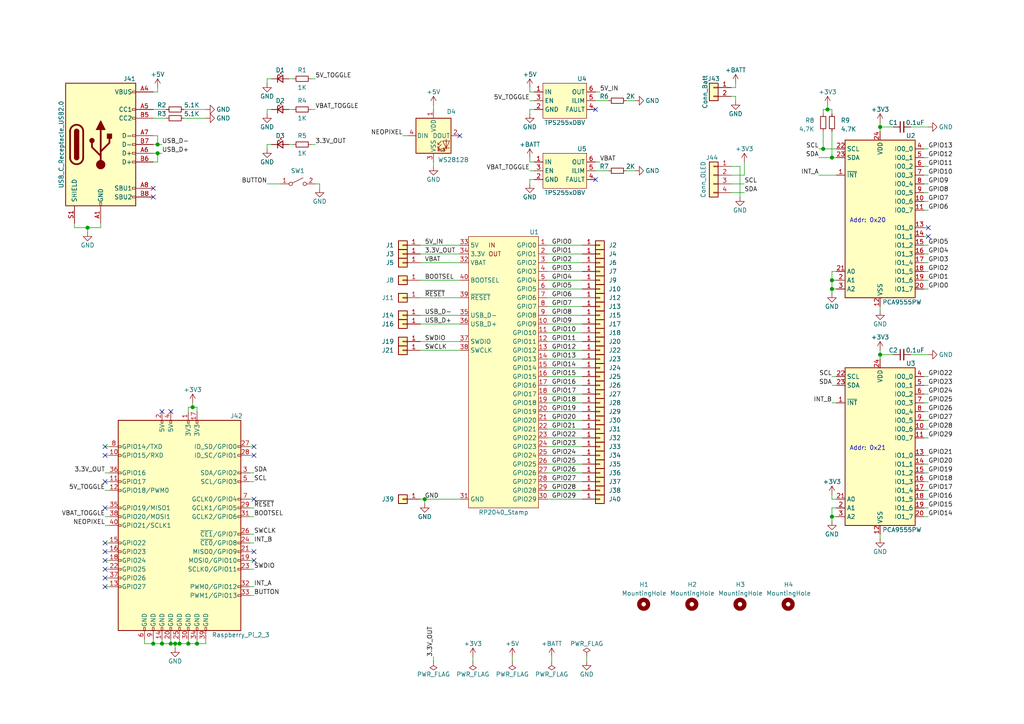
<source format=kicad_sch>
(kicad_sch (version 20210406) (generator eeschema)
  (paper "A4")
  (junction (at 25.4 66.04) (diameter 1.016))
  (junction (at 44.45 186.69) (diameter 1.016))
  (junction (at 45.72 41.91) (diameter 1.016))
  (junction (at 45.72 44.45) (diameter 1.016))
  (junction (at 46.99 186.69) (diameter 1.016))
  (junction (at 49.53 186.69) (diameter 1.016))
  (junction (at 50.8 186.69) (diameter 1.016))
  (junction (at 52.07 186.69) (diameter 1.016))
  (junction (at 54.61 186.69) (diameter 1.016))
  (junction (at 55.88 118.11) (diameter 1.016))
  (junction (at 57.15 186.69) (diameter 1.016))
  (junction (at 123.19 144.78) (diameter 1.016))
  (junction (at 238.76 43.18) (diameter 1.016))
  (junction (at 240.03 31.75) (diameter 1.016))
  (junction (at 241.3 45.72) (diameter 1.016))
  (junction (at 241.3 81.28) (diameter 1.016))
  (junction (at 241.3 83.82) (diameter 1.016))
  (junction (at 241.3 149.86) (diameter 1.016))
  (junction (at 255.27 36.83) (diameter 1.016))
  (junction (at 255.27 102.87) (diameter 1.016))
  (no_connect (at 30.48 129.54))
  (no_connect (at 30.48 132.08))
  (no_connect (at 30.48 139.7))
  (no_connect (at 30.48 147.32))
  (no_connect (at 30.48 157.48))
  (no_connect (at 30.48 160.02))
  (no_connect (at 30.48 162.56))
  (no_connect (at 30.48 165.1))
  (no_connect (at 30.48 167.64))
  (no_connect (at 30.48 170.18))
  (no_connect (at 44.45 54.61))
  (no_connect (at 44.45 57.15))
  (no_connect (at 46.99 119.38))
  (no_connect (at 49.53 119.38))
  (no_connect (at 73.66 129.54))
  (no_connect (at 73.66 132.08))
  (no_connect (at 73.66 144.78))
  (no_connect (at 73.66 160.02))
  (no_connect (at 73.66 162.56))
  (no_connect (at 133.35 39.37))
  (no_connect (at 172.72 31.75))
  (no_connect (at 172.72 52.07))
  (no_connect (at 269.24 66.04))
  (no_connect (at 269.24 68.58))
  (wire (pts (xy 21.59 64.77) (xy 21.59 66.04)))
  (wire (pts (xy 21.59 66.04) (xy 25.4 66.04)))
  (wire (pts (xy 25.4 66.04) (xy 25.4 67.31)))
  (wire (pts (xy 25.4 66.04) (xy 29.21 66.04)))
  (wire (pts (xy 29.21 66.04) (xy 29.21 64.77)))
  (wire (pts (xy 30.48 129.54) (xy 31.75 129.54)))
  (wire (pts (xy 30.48 132.08) (xy 31.75 132.08)))
  (wire (pts (xy 30.48 137.16) (xy 31.75 137.16)))
  (wire (pts (xy 30.48 139.7) (xy 31.75 139.7)))
  (wire (pts (xy 30.48 142.24) (xy 31.75 142.24)))
  (wire (pts (xy 30.48 147.32) (xy 31.75 147.32)))
  (wire (pts (xy 30.48 149.86) (xy 31.75 149.86)))
  (wire (pts (xy 30.48 152.4) (xy 31.75 152.4)))
  (wire (pts (xy 30.48 157.48) (xy 31.75 157.48)))
  (wire (pts (xy 30.48 160.02) (xy 31.75 160.02)))
  (wire (pts (xy 30.48 162.56) (xy 31.75 162.56)))
  (wire (pts (xy 30.48 165.1) (xy 31.75 165.1)))
  (wire (pts (xy 30.48 167.64) (xy 31.75 167.64)))
  (wire (pts (xy 30.48 170.18) (xy 31.75 170.18)))
  (wire (pts (xy 41.91 185.42) (xy 41.91 186.69)))
  (wire (pts (xy 41.91 186.69) (xy 44.45 186.69)))
  (wire (pts (xy 44.45 26.67) (xy 45.72 26.67)))
  (wire (pts (xy 44.45 31.75) (xy 48.26 31.75)))
  (wire (pts (xy 44.45 34.29) (xy 48.26 34.29)))
  (wire (pts (xy 44.45 39.37) (xy 45.72 39.37)))
  (wire (pts (xy 44.45 41.91) (xy 45.72 41.91)))
  (wire (pts (xy 44.45 44.45) (xy 45.72 44.45)))
  (wire (pts (xy 44.45 46.99) (xy 45.72 46.99)))
  (wire (pts (xy 44.45 185.42) (xy 44.45 186.69)))
  (wire (pts (xy 44.45 186.69) (xy 46.99 186.69)))
  (wire (pts (xy 45.72 25.4) (xy 45.72 26.67)))
  (wire (pts (xy 45.72 39.37) (xy 45.72 41.91)))
  (wire (pts (xy 45.72 41.91) (xy 46.99 41.91)))
  (wire (pts (xy 45.72 44.45) (xy 46.99 44.45)))
  (wire (pts (xy 45.72 46.99) (xy 45.72 44.45)))
  (wire (pts (xy 46.99 185.42) (xy 46.99 186.69)))
  (wire (pts (xy 46.99 186.69) (xy 49.53 186.69)))
  (wire (pts (xy 49.53 185.42) (xy 49.53 186.69)))
  (wire (pts (xy 49.53 186.69) (xy 50.8 186.69)))
  (wire (pts (xy 50.8 186.69) (xy 50.8 187.96)))
  (wire (pts (xy 50.8 186.69) (xy 52.07 186.69)))
  (wire (pts (xy 52.07 185.42) (xy 52.07 186.69)))
  (wire (pts (xy 52.07 186.69) (xy 54.61 186.69)))
  (wire (pts (xy 53.34 31.75) (xy 59.69 31.75)))
  (wire (pts (xy 53.34 34.29) (xy 59.69 34.29)))
  (wire (pts (xy 54.61 118.11) (xy 54.61 119.38)))
  (wire (pts (xy 54.61 118.11) (xy 55.88 118.11)))
  (wire (pts (xy 54.61 185.42) (xy 54.61 186.69)))
  (wire (pts (xy 54.61 186.69) (xy 57.15 186.69)))
  (wire (pts (xy 55.88 116.84) (xy 55.88 118.11)))
  (wire (pts (xy 55.88 118.11) (xy 57.15 118.11)))
  (wire (pts (xy 57.15 118.11) (xy 57.15 119.38)))
  (wire (pts (xy 57.15 185.42) (xy 57.15 186.69)))
  (wire (pts (xy 57.15 186.69) (xy 59.69 186.69)))
  (wire (pts (xy 59.69 185.42) (xy 59.69 186.69)))
  (wire (pts (xy 72.39 129.54) (xy 73.66 129.54)))
  (wire (pts (xy 72.39 132.08) (xy 73.66 132.08)))
  (wire (pts (xy 72.39 137.16) (xy 73.66 137.16)))
  (wire (pts (xy 72.39 139.7) (xy 73.66 139.7)))
  (wire (pts (xy 72.39 144.78) (xy 73.66 144.78)))
  (wire (pts (xy 72.39 147.32) (xy 73.66 147.32)))
  (wire (pts (xy 72.39 149.86) (xy 73.66 149.86)))
  (wire (pts (xy 72.39 154.94) (xy 73.66 154.94)))
  (wire (pts (xy 72.39 157.48) (xy 73.66 157.48)))
  (wire (pts (xy 72.39 160.02) (xy 73.66 160.02)))
  (wire (pts (xy 72.39 162.56) (xy 73.66 162.56)))
  (wire (pts (xy 72.39 165.1) (xy 73.66 165.1)))
  (wire (pts (xy 72.39 170.18) (xy 73.66 170.18)))
  (wire (pts (xy 72.39 172.72) (xy 73.66 172.72)))
  (wire (pts (xy 77.47 22.86) (xy 78.74 22.86)))
  (wire (pts (xy 77.47 24.13) (xy 77.47 22.86)))
  (wire (pts (xy 77.47 31.75) (xy 77.47 33.02)))
  (wire (pts (xy 77.47 31.75) (xy 78.74 31.75)))
  (wire (pts (xy 77.47 41.91) (xy 77.47 43.18)))
  (wire (pts (xy 77.47 41.91) (xy 78.74 41.91)))
  (wire (pts (xy 81.28 53.34) (xy 77.47 53.34)))
  (wire (pts (xy 85.09 22.86) (xy 83.82 22.86)))
  (wire (pts (xy 85.09 31.75) (xy 83.82 31.75)))
  (wire (pts (xy 85.09 41.91) (xy 83.82 41.91)))
  (wire (pts (xy 90.17 22.86) (xy 91.44 22.86)))
  (wire (pts (xy 90.17 31.75) (xy 91.44 31.75)))
  (wire (pts (xy 90.17 41.91) (xy 91.44 41.91)))
  (wire (pts (xy 91.44 53.34) (xy 92.71 53.34)))
  (wire (pts (xy 92.71 53.34) (xy 92.71 54.61)))
  (wire (pts (xy 116.84 39.37) (xy 118.11 39.37)))
  (wire (pts (xy 123.19 144.78) (xy 121.92 144.78)))
  (wire (pts (xy 123.19 144.78) (xy 133.35 144.78)))
  (wire (pts (xy 123.19 146.05) (xy 123.19 144.78)))
  (wire (pts (xy 125.73 31.75) (xy 125.73 30.48)))
  (wire (pts (xy 125.73 46.99) (xy 125.73 48.26)))
  (wire (pts (xy 125.73 190.5) (xy 125.73 191.77)))
  (wire (pts (xy 133.35 71.12) (xy 121.92 71.12)))
  (wire (pts (xy 133.35 73.66) (xy 121.92 73.66)))
  (wire (pts (xy 133.35 76.2) (xy 121.92 76.2)))
  (wire (pts (xy 133.35 81.28) (xy 121.92 81.28)))
  (wire (pts (xy 133.35 86.36) (xy 121.92 86.36)))
  (wire (pts (xy 133.35 91.44) (xy 121.92 91.44)))
  (wire (pts (xy 133.35 93.98) (xy 121.92 93.98)))
  (wire (pts (xy 133.35 99.06) (xy 121.92 99.06)))
  (wire (pts (xy 133.35 101.6) (xy 121.92 101.6)))
  (wire (pts (xy 137.16 190.5) (xy 137.16 191.77)))
  (wire (pts (xy 148.59 190.5) (xy 148.59 191.77)))
  (wire (pts (xy 153.67 25.4) (xy 153.67 26.67)))
  (wire (pts (xy 153.67 29.21) (xy 154.94 29.21)))
  (wire (pts (xy 153.67 31.75) (xy 153.67 33.02)))
  (wire (pts (xy 153.67 45.72) (xy 153.67 46.99)))
  (wire (pts (xy 153.67 49.53) (xy 154.94 49.53)))
  (wire (pts (xy 153.67 52.07) (xy 153.67 53.34)))
  (wire (pts (xy 154.94 26.67) (xy 153.67 26.67)))
  (wire (pts (xy 154.94 31.75) (xy 153.67 31.75)))
  (wire (pts (xy 154.94 46.99) (xy 153.67 46.99)))
  (wire (pts (xy 154.94 52.07) (xy 153.67 52.07)))
  (wire (pts (xy 158.75 71.12) (xy 168.91 71.12)))
  (wire (pts (xy 158.75 73.66) (xy 168.91 73.66)))
  (wire (pts (xy 158.75 76.2) (xy 168.91 76.2)))
  (wire (pts (xy 158.75 78.74) (xy 168.91 78.74)))
  (wire (pts (xy 158.75 81.28) (xy 168.91 81.28)))
  (wire (pts (xy 158.75 83.82) (xy 168.91 83.82)))
  (wire (pts (xy 158.75 86.36) (xy 168.91 86.36)))
  (wire (pts (xy 158.75 88.9) (xy 168.91 88.9)))
  (wire (pts (xy 158.75 91.44) (xy 168.91 91.44)))
  (wire (pts (xy 158.75 93.98) (xy 168.91 93.98)))
  (wire (pts (xy 158.75 96.52) (xy 168.91 96.52)))
  (wire (pts (xy 158.75 99.06) (xy 168.91 99.06)))
  (wire (pts (xy 158.75 101.6) (xy 168.91 101.6)))
  (wire (pts (xy 158.75 104.14) (xy 168.91 104.14)))
  (wire (pts (xy 158.75 106.68) (xy 168.91 106.68)))
  (wire (pts (xy 158.75 109.22) (xy 168.91 109.22)))
  (wire (pts (xy 158.75 111.76) (xy 168.91 111.76)))
  (wire (pts (xy 158.75 114.3) (xy 168.91 114.3)))
  (wire (pts (xy 158.75 116.84) (xy 168.91 116.84)))
  (wire (pts (xy 158.75 119.38) (xy 168.91 119.38)))
  (wire (pts (xy 158.75 121.92) (xy 168.91 121.92)))
  (wire (pts (xy 158.75 124.46) (xy 168.91 124.46)))
  (wire (pts (xy 158.75 127) (xy 168.91 127)))
  (wire (pts (xy 158.75 129.54) (xy 168.91 129.54)))
  (wire (pts (xy 158.75 132.08) (xy 168.91 132.08)))
  (wire (pts (xy 158.75 134.62) (xy 168.91 134.62)))
  (wire (pts (xy 158.75 137.16) (xy 168.91 137.16)))
  (wire (pts (xy 158.75 139.7) (xy 168.91 139.7)))
  (wire (pts (xy 158.75 142.24) (xy 168.91 142.24)))
  (wire (pts (xy 158.75 144.78) (xy 168.91 144.78)))
  (wire (pts (xy 160.02 190.5) (xy 160.02 191.77)))
  (wire (pts (xy 170.18 190.5) (xy 170.18 191.77)))
  (wire (pts (xy 172.72 26.67) (xy 173.99 26.67)))
  (wire (pts (xy 172.72 29.21) (xy 176.53 29.21)))
  (wire (pts (xy 172.72 46.99) (xy 173.99 46.99)))
  (wire (pts (xy 172.72 49.53) (xy 176.53 49.53)))
  (wire (pts (xy 181.61 29.21) (xy 184.15 29.21)))
  (wire (pts (xy 181.61 49.53) (xy 184.15 49.53)))
  (wire (pts (xy 212.09 25.4) (xy 213.36 25.4)))
  (wire (pts (xy 212.09 27.94) (xy 213.36 27.94)))
  (wire (pts (xy 212.09 48.26) (xy 214.63 48.26)))
  (wire (pts (xy 212.09 50.8) (xy 215.9 50.8)))
  (wire (pts (xy 212.09 53.34) (xy 215.9 53.34)))
  (wire (pts (xy 212.09 55.88) (xy 215.9 55.88)))
  (wire (pts (xy 213.36 24.13) (xy 213.36 25.4)))
  (wire (pts (xy 213.36 27.94) (xy 213.36 29.21)))
  (wire (pts (xy 214.63 57.15) (xy 214.63 48.26)))
  (wire (pts (xy 215.9 46.99) (xy 215.9 50.8)))
  (wire (pts (xy 237.49 43.18) (xy 238.76 43.18)))
  (wire (pts (xy 237.49 45.72) (xy 241.3 45.72)))
  (wire (pts (xy 237.49 50.8) (xy 242.57 50.8)))
  (wire (pts (xy 238.76 31.75) (xy 240.03 31.75)))
  (wire (pts (xy 238.76 33.02) (xy 238.76 31.75)))
  (wire (pts (xy 238.76 43.18) (xy 238.76 38.1)))
  (wire (pts (xy 238.76 43.18) (xy 242.57 43.18)))
  (wire (pts (xy 240.03 30.48) (xy 240.03 31.75)))
  (wire (pts (xy 240.03 31.75) (xy 241.3 31.75)))
  (wire (pts (xy 241.3 31.75) (xy 241.3 33.02)))
  (wire (pts (xy 241.3 45.72) (xy 241.3 38.1)))
  (wire (pts (xy 241.3 45.72) (xy 242.57 45.72)))
  (wire (pts (xy 241.3 78.74) (xy 241.3 81.28)))
  (wire (pts (xy 241.3 81.28) (xy 241.3 83.82)))
  (wire (pts (xy 241.3 83.82) (xy 241.3 85.09)))
  (wire (pts (xy 241.3 109.22) (xy 242.57 109.22)))
  (wire (pts (xy 241.3 111.76) (xy 242.57 111.76)))
  (wire (pts (xy 241.3 116.84) (xy 242.57 116.84)))
  (wire (pts (xy 241.3 143.51) (xy 241.3 144.78)))
  (wire (pts (xy 241.3 147.32) (xy 241.3 149.86)))
  (wire (pts (xy 241.3 149.86) (xy 241.3 151.13)))
  (wire (pts (xy 242.57 78.74) (xy 241.3 78.74)))
  (wire (pts (xy 242.57 81.28) (xy 241.3 81.28)))
  (wire (pts (xy 242.57 83.82) (xy 241.3 83.82)))
  (wire (pts (xy 242.57 144.78) (xy 241.3 144.78)))
  (wire (pts (xy 242.57 147.32) (xy 241.3 147.32)))
  (wire (pts (xy 242.57 149.86) (xy 241.3 149.86)))
  (wire (pts (xy 255.27 35.56) (xy 255.27 36.83)))
  (wire (pts (xy 255.27 36.83) (xy 255.27 38.1)))
  (wire (pts (xy 255.27 88.9) (xy 255.27 90.17)))
  (wire (pts (xy 255.27 101.6) (xy 255.27 102.87)))
  (wire (pts (xy 255.27 102.87) (xy 255.27 104.14)))
  (wire (pts (xy 255.27 154.94) (xy 255.27 156.21)))
  (wire (pts (xy 259.08 36.83) (xy 255.27 36.83)))
  (wire (pts (xy 259.08 102.87) (xy 255.27 102.87)))
  (wire (pts (xy 264.16 36.83) (xy 269.24 36.83)))
  (wire (pts (xy 264.16 102.87) (xy 269.24 102.87)))
  (wire (pts (xy 267.97 43.18) (xy 269.24 43.18)))
  (wire (pts (xy 267.97 45.72) (xy 269.24 45.72)))
  (wire (pts (xy 267.97 48.26) (xy 269.24 48.26)))
  (wire (pts (xy 267.97 50.8) (xy 269.24 50.8)))
  (wire (pts (xy 267.97 53.34) (xy 269.24 53.34)))
  (wire (pts (xy 267.97 55.88) (xy 269.24 55.88)))
  (wire (pts (xy 267.97 58.42) (xy 269.24 58.42)))
  (wire (pts (xy 267.97 60.96) (xy 269.24 60.96)))
  (wire (pts (xy 267.97 66.04) (xy 269.24 66.04)))
  (wire (pts (xy 267.97 68.58) (xy 269.24 68.58)))
  (wire (pts (xy 267.97 71.12) (xy 269.24 71.12)))
  (wire (pts (xy 267.97 73.66) (xy 269.24 73.66)))
  (wire (pts (xy 267.97 76.2) (xy 269.24 76.2)))
  (wire (pts (xy 267.97 78.74) (xy 269.24 78.74)))
  (wire (pts (xy 267.97 81.28) (xy 269.24 81.28)))
  (wire (pts (xy 267.97 83.82) (xy 269.24 83.82)))
  (wire (pts (xy 267.97 109.22) (xy 269.24 109.22)))
  (wire (pts (xy 267.97 111.76) (xy 269.24 111.76)))
  (wire (pts (xy 267.97 114.3) (xy 269.24 114.3)))
  (wire (pts (xy 267.97 116.84) (xy 269.24 116.84)))
  (wire (pts (xy 267.97 119.38) (xy 269.24 119.38)))
  (wire (pts (xy 267.97 121.92) (xy 269.24 121.92)))
  (wire (pts (xy 267.97 124.46) (xy 269.24 124.46)))
  (wire (pts (xy 267.97 127) (xy 269.24 127)))
  (wire (pts (xy 267.97 132.08) (xy 269.24 132.08)))
  (wire (pts (xy 267.97 134.62) (xy 269.24 134.62)))
  (wire (pts (xy 267.97 137.16) (xy 269.24 137.16)))
  (wire (pts (xy 267.97 139.7) (xy 269.24 139.7)))
  (wire (pts (xy 267.97 142.24) (xy 269.24 142.24)))
  (wire (pts (xy 267.97 144.78) (xy 269.24 144.78)))
  (wire (pts (xy 267.97 147.32) (xy 269.24 147.32)))
  (wire (pts (xy 267.97 149.86) (xy 269.24 149.86)))
  (text "Addr: 0x20" (at 246.38 64.77 0) (effects (font (size 1.27 1.27)) (justify left bottom)))
  (text "Addr: 0x21" (at 246.38 130.81 0) (effects (font (size 1.27 1.27)) (justify left bottom)))
  (label "3.3V_OUT" (at 30.48 137.16 180))
  (label "5V_TOGGLE" (at 30.48 142.24 180))
  (label "VBAT_TOGGLE" (at 30.48 149.86 180))
  (label "NEOPIXEL" (at 30.48 152.4 180))
  (label "USB_D-" (at 46.99 41.91 0))
  (label "USB_D+" (at 46.99 44.45 0))
  (label "SDA" (at 73.66 137.16 0))
  (label "SCL" (at 73.66 139.7 0))
  (label "~RESET~" (at 73.66 147.32 0))
  (label "BOOTSEL" (at 73.66 149.86 0))
  (label "SWCLK" (at 73.66 154.94 0))
  (label "INT_B" (at 73.66 157.48 0))
  (label "SWDIO" (at 73.66 165.1 0))
  (label "INT_A" (at 73.66 170.18 0))
  (label "BUTTON" (at 73.66 172.72 0))
  (label "BUTTON" (at 77.47 53.34 180))
  (label "5V_TOGGLE" (at 91.44 22.86 0))
  (label "VBAT_TOGGLE" (at 91.44 31.75 0))
  (label "3.3V_OUT" (at 91.44 41.91 0))
  (label "NEOPIXEL" (at 116.84 39.37 180))
  (label "5V_IN" (at 123.19 71.12 0))
  (label "3.3V_OUT" (at 123.19 73.66 0))
  (label "VBAT" (at 123.19 76.2 0))
  (label "BOOTSEL" (at 123.19 81.28 0))
  (label "~RESET~" (at 123.19 86.36 0))
  (label "USB_D-" (at 123.19 91.44 0))
  (label "USB_D+" (at 123.19 93.98 0))
  (label "SWDIO" (at 123.19 99.06 0))
  (label "SWCLK" (at 123.19 101.6 0))
  (label "GND" (at 123.19 144.78 0))
  (label "3.3V_OUT" (at 125.73 190.5 90))
  (label "5V_TOGGLE" (at 153.67 29.21 180))
  (label "VBAT_TOGGLE" (at 153.67 49.53 180))
  (label "GPIO0" (at 160.02 71.12 0))
  (label "GPIO1" (at 160.02 73.66 0))
  (label "GPIO2" (at 160.02 76.2 0))
  (label "GPIO3" (at 160.02 78.74 0))
  (label "GPIO4" (at 160.02 81.28 0))
  (label "GPIO5" (at 160.02 83.82 0))
  (label "GPIO6" (at 160.02 86.36 0))
  (label "GPIO7" (at 160.02 88.9 0))
  (label "GPIO8" (at 160.02 91.44 0))
  (label "GPIO9" (at 160.02 93.98 0))
  (label "GPIO10" (at 160.02 96.52 0))
  (label "GPIO11" (at 160.02 99.06 0))
  (label "GPIO12" (at 160.02 101.6 0))
  (label "GPIO13" (at 160.02 104.14 0))
  (label "GPIO14" (at 160.02 106.68 0))
  (label "GPIO15" (at 160.02 109.22 0))
  (label "GPIO16" (at 160.02 111.76 0))
  (label "GPIO17" (at 160.02 114.3 0))
  (label "GPIO18" (at 160.02 116.84 0))
  (label "GPIO19" (at 160.02 119.38 0))
  (label "GPIO20" (at 160.02 121.92 0))
  (label "GPIO21" (at 160.02 124.46 0))
  (label "GPIO22" (at 160.02 127 0))
  (label "GPIO23" (at 160.02 129.54 0))
  (label "GPIO24" (at 160.02 132.08 0))
  (label "GPIO25" (at 160.02 134.62 0))
  (label "GPIO26" (at 160.02 137.16 0))
  (label "GPIO27" (at 160.02 139.7 0))
  (label "GPIO28" (at 160.02 142.24 0))
  (label "GPIO29" (at 160.02 144.78 0))
  (label "5V_IN" (at 173.99 26.67 0))
  (label "VBAT" (at 173.99 46.99 0))
  (label "SCL" (at 215.9 53.34 0))
  (label "SDA" (at 215.9 55.88 0))
  (label "SCL" (at 237.49 43.18 180))
  (label "SDA" (at 237.49 45.72 180))
  (label "INT_A" (at 237.49 50.8 180))
  (label "SCL" (at 241.3 109.22 180))
  (label "SDA" (at 241.3 111.76 180))
  (label "INT_B" (at 241.3 116.84 180))
  (label "GPIO13" (at 269.24 43.18 0))
  (label "GPIO12" (at 269.24 45.72 0))
  (label "GPIO11" (at 269.24 48.26 0))
  (label "GPIO10" (at 269.24 50.8 0))
  (label "GPIO9" (at 269.24 53.34 0))
  (label "GPIO8" (at 269.24 55.88 0))
  (label "GPIO7" (at 269.24 58.42 0))
  (label "GPIO6" (at 269.24 60.96 0))
  (label "GPIO5" (at 269.24 71.12 0))
  (label "GPIO4" (at 269.24 73.66 0))
  (label "GPIO3" (at 269.24 76.2 0))
  (label "GPIO2" (at 269.24 78.74 0))
  (label "GPIO1" (at 269.24 81.28 0))
  (label "GPIO0" (at 269.24 83.82 0))
  (label "GPIO22" (at 269.24 109.22 0))
  (label "GPIO23" (at 269.24 111.76 0))
  (label "GPIO24" (at 269.24 114.3 0))
  (label "GPIO25" (at 269.24 116.84 0))
  (label "GPIO26" (at 269.24 119.38 0))
  (label "GPIO27" (at 269.24 121.92 0))
  (label "GPIO28" (at 269.24 124.46 0))
  (label "GPIO29" (at 269.24 127 0))
  (label "GPIO21" (at 269.24 132.08 0))
  (label "GPIO20" (at 269.24 134.62 0))
  (label "GPIO19" (at 269.24 137.16 0))
  (label "GPIO18" (at 269.24 139.7 0))
  (label "GPIO17" (at 269.24 142.24 0))
  (label "GPIO16" (at 269.24 144.78 0))
  (label "GPIO15" (at 269.24 147.32 0))
  (label "GPIO14" (at 269.24 149.86 0))
  (symbol (lib_id "power:+5V") (at 45.72 25.4 0) (unit 1)
    (property "Reference" "#PWR0126" (effects hide))
    (property "Value" "+5V" (at 45.72 21.59 0))
  )
  (symbol (lib_id "power:+3.3V") (at 55.88 116.84 0) (unit 1)
    (property "Reference" "#PWR0125" (effects hide))
    (property "Value" "+3.3V" (at 55.88 113.03 0))
  )
  (symbol (lib_id "power:+5V") (at 125.73 30.48 0) (unit 1)
    (property "Reference" "#PWR0134" (effects hide))
    (property "Value" "+5V" (at 125.73 26.67 0))
  )
  (symbol (lib_id "power:+3.3V") (at 137.16 190.5 0) (unit 1)
    (property "Reference" "#PWR0112" (effects hide))
    (property "Value" "+3.3V" (at 137.16 186.69 0))
  )
  (symbol (lib_id "power:+5V") (at 148.59 190.5 0) (unit 1)
    (property "Reference" "#PWR0111" (effects hide))
    (property "Value" "+5V" (at 148.59 186.69 0))
  )
  (symbol (lib_id "power:+5V") (at 153.67 25.4 0) (unit 1)
    (property "Reference" "#PWR0123" (effects hide))
    (property "Value" "+5V" (at 153.67 21.59 0))
  )
  (symbol (lib_id "power:+BATT") (at 153.67 45.72 0) (unit 1)
    (property "Reference" "#PWR0120" (effects hide))
    (property "Value" "+BATT" (at 153.67 41.91 0))
  )
  (symbol (lib_id "power:+BATT") (at 160.02 190.5 0) (unit 1)
    (property "Reference" "#PWR0110" (effects hide))
    (property "Value" "+BATT" (at 160.02 186.69 0))
  )
  (symbol (lib_id "power:+BATT") (at 213.36 24.13 0) (unit 1)
    (property "Reference" "#PWR0119" (effects hide))
    (property "Value" "+BATT" (at 213.36 20.32 0))
  )
  (symbol (lib_id "power:+3.3V") (at 215.9 46.99 0) (unit 1)
    (property "Reference" "#PWR0132" (effects hide))
    (property "Value" "+3.3V" (at 215.9 43.18 0))
  )
  (symbol (lib_id "power:+3.3V") (at 240.03 30.48 0) (unit 1)
    (property "Reference" "#PWR0108" (effects hide))
    (property "Value" "+3.3V" (at 240.03 26.67 0))
  )
  (symbol (lib_id "power:+3V3") (at 241.3 143.51 0) (unit 1)
    (property "Reference" "#PWR0104" (effects hide))
    (property "Value" "+3V3" (at 241.3 139.7 0))
  )
  (symbol (lib_id "power:+3V3") (at 255.27 35.56 0) (unit 1)
    (property "Reference" "#PWR0102" (effects hide))
    (property "Value" "+3V3" (at 255.27 31.75 0))
  )
  (symbol (lib_id "power:+3V3") (at 255.27 101.6 0) (unit 1)
    (property "Reference" "#PWR0105" (effects hide))
    (property "Value" "+3V3" (at 255.27 97.79 0))
  )
  (symbol (lib_id "power:PWR_FLAG") (at 125.73 191.77 180) (unit 1)
    (property "Reference" "#FLG0103" (effects hide))
    (property "Value" "PWR_FLAG" (at 125.73 195.58 0))
  )
  (symbol (lib_id "power:PWR_FLAG") (at 137.16 191.77 180) (unit 1)
    (property "Reference" "#FLG0105" (effects hide))
    (property "Value" "PWR_FLAG" (at 137.16 195.58 0))
  )
  (symbol (lib_id "power:PWR_FLAG") (at 148.59 191.77 180) (unit 1)
    (property "Reference" "#FLG0104" (effects hide))
    (property "Value" "PWR_FLAG" (at 148.59 195.58 0))
  )
  (symbol (lib_id "power:PWR_FLAG") (at 160.02 191.77 180) (unit 1)
    (property "Reference" "#FLG0101" (effects hide))
    (property "Value" "PWR_FLAG" (at 160.02 195.58 0))
  )
  (symbol (lib_id "power:PWR_FLAG") (at 170.18 190.5 0) (unit 1)
    (property "Reference" "#FLG0102" (effects hide))
    (property "Value" "PWR_FLAG" (at 170.18 186.69 0))
  )
  (symbol (lib_id "power:GND") (at 25.4 67.31 0) (unit 1)
    (property "Reference" "#PWR0129" (effects hide))
    (property "Value" "GND" (at 25.4 71.12 0))
  )
  (symbol (lib_id "power:GND") (at 50.8 187.96 0) (unit 1)
    (property "Reference" "#PWR0122" (effects hide))
    (property "Value" "GND" (at 50.8 191.77 0))
  )
  (symbol (lib_id "power:GND") (at 59.69 31.75 90) (unit 1)
    (property "Reference" "#PWR0127" (effects hide))
    (property "Value" "GND" (at 64.77 31.75 90))
  )
  (symbol (lib_id "power:GND") (at 59.69 34.29 90) (unit 1)
    (property "Reference" "#PWR0128" (effects hide))
    (property "Value" "GND" (at 64.77 34.29 90))
  )
  (symbol (lib_id "power:GND") (at 77.47 24.13 0) (unit 1)
    (property "Reference" "#PWR0115" (effects hide))
    (property "Value" "GND" (at 77.47 27.94 0))
  )
  (symbol (lib_id "power:GND") (at 77.47 33.02 0) (unit 1)
    (property "Reference" "#PWR0116" (effects hide))
    (property "Value" "GND" (at 77.47 36.83 0))
  )
  (symbol (lib_id "power:GND") (at 77.47 43.18 0) (unit 1)
    (property "Reference" "#PWR0130" (effects hide))
    (property "Value" "GND" (at 77.47 46.99 0))
  )
  (symbol (lib_id "power:GND") (at 92.71 54.61 0) (mirror y) (unit 1)
    (property "Reference" "#PWR0133" (effects hide))
    (property "Value" "GND" (at 92.71 58.42 0))
  )
  (symbol (lib_id "power:GND") (at 123.19 146.05 0) (unit 1)
    (property "Reference" "#PWR0124" (effects hide))
    (property "Value" "GND" (at 123.19 149.86 0))
  )
  (symbol (lib_id "power:GND") (at 125.73 48.26 0) (unit 1)
    (property "Reference" "#PWR0135" (effects hide))
    (property "Value" "GND" (at 125.73 52.07 0))
  )
  (symbol (lib_id "power:GND") (at 153.67 33.02 0) (unit 1)
    (property "Reference" "#PWR0121" (effects hide))
    (property "Value" "GND" (at 153.67 36.83 0))
  )
  (symbol (lib_id "power:GND") (at 153.67 53.34 0) (unit 1)
    (property "Reference" "#PWR0117" (effects hide))
    (property "Value" "GND" (at 153.67 57.15 0))
  )
  (symbol (lib_id "power:GND") (at 170.18 191.77 0) (unit 1)
    (property "Reference" "#PWR0109" (effects hide))
    (property "Value" "GND" (at 170.18 195.58 0))
  )
  (symbol (lib_id "power:GND") (at 184.15 29.21 90) (unit 1)
    (property "Reference" "#PWR0137" (effects hide))
    (property "Value" "GND" (at 189.23 29.21 90))
  )
  (symbol (lib_id "power:GND") (at 184.15 49.53 90) (unit 1)
    (property "Reference" "#PWR0136" (effects hide))
    (property "Value" "GND" (at 189.23 49.53 90))
  )
  (symbol (lib_id "power:GND") (at 213.36 29.21 0) (unit 1)
    (property "Reference" "#PWR0118" (effects hide))
    (property "Value" "GND" (at 213.36 33.02 0))
  )
  (symbol (lib_id "power:GND") (at 214.63 57.15 0) (unit 1)
    (property "Reference" "#PWR0131" (effects hide))
    (property "Value" "GND" (at 214.63 60.96 0))
  )
  (symbol (lib_id "power:GND") (at 241.3 85.09 0) (unit 1)
    (property "Reference" "#PWR0103" (effects hide))
    (property "Value" "GND" (at 241.3 88.9 0))
  )
  (symbol (lib_id "power:GND") (at 241.3 151.13 0) (unit 1)
    (property "Reference" "#PWR0106" (effects hide))
    (property "Value" "GND" (at 241.3 154.94 0))
  )
  (symbol (lib_id "power:GND") (at 255.27 90.17 0) (unit 1)
    (property "Reference" "#PWR0101" (effects hide))
    (property "Value" "GND" (at 255.27 93.98 0))
  )
  (symbol (lib_id "power:GND") (at 255.27 156.21 0) (unit 1)
    (property "Reference" "#PWR0107" (effects hide))
    (property "Value" "GND" (at 255.27 160.02 0))
  )
  (symbol (lib_id "power:GND") (at 269.24 36.83 90) (unit 1)
    (property "Reference" "#PWR0114" (effects hide))
    (property "Value" "GND" (at 274.32 36.83 90))
  )
  (symbol (lib_id "power:GND") (at 269.24 102.87 90) (unit 1)
    (property "Reference" "#PWR0113" (effects hide))
    (property "Value" "GND" (at 274.32 102.87 90))
  )
  (symbol (lib_id "Device:R_Small") (at 50.8 31.75 90) (unit 1)
    (property "Reference" "R2" (at 48.26 30.48 90) (effects (justify left)))
    (property "Value" "5.1K" (at 53.34 30.48 90) (effects (justify right)))
    (property "Footprint" "Resistor_SMD:R_0603_1608Metric" (effects hide))
  )
  (symbol (lib_id "Device:R_Small") (at 50.8 34.29 90) (unit 1)
    (property "Reference" "R3" (at 48.26 33.02 90) (effects (justify left)))
    (property "Value" "5.1K" (at 53.34 33.02 90) (effects (justify right)))
    (property "Footprint" "Resistor_SMD:R_0603_1608Metric" (effects hide))
  )
  (symbol (lib_id "Device:R_Small") (at 87.63 22.86 90) (unit 1)
    (property "Reference" "R1" (at 87.63 20.32 90))
    (property "Value" "1K" (at 87.63 25.4 90))
    (property "Footprint" "Resistor_SMD:R_0603_1608Metric" (effects hide))
  )
  (symbol (lib_id "Device:R_Small") (at 87.63 31.75 90) (unit 1)
    (property "Reference" "R4" (at 87.63 29.21 90))
    (property "Value" "1K" (at 87.63 34.29 90))
    (property "Footprint" "Resistor_SMD:R_0603_1608Metric" (effects hide))
  )
  (symbol (lib_id "Device:R_Small") (at 87.63 41.91 90) (unit 1)
    (property "Reference" "R5" (at 87.63 39.37 90))
    (property "Value" "1K" (at 87.63 44.45 90))
    (property "Footprint" "Resistor_SMD:R_0603_1608Metric" (effects hide))
  )
  (symbol (lib_id "Device:R_Small") (at 179.07 29.21 270) (unit 1)
    (property "Reference" "R6" (at 175.26 27.94 90))
    (property "Value" "2K" (at 182.88 27.94 90))
    (property "Footprint" "Resistor_SMD:R_0603_1608Metric" (effects hide))
  )
  (symbol (lib_id "Device:R_Small") (at 179.07 49.53 270) (unit 1)
    (property "Reference" "R7" (at 175.26 48.26 90))
    (property "Value" "2K" (at 182.88 48.26 90))
    (property "Footprint" "Resistor_SMD:R_0603_1608Metric" (effects hide))
  )
  (symbol (lib_id "Device:R_Small") (at 238.76 35.56 0) (mirror y) (unit 1)
    (property "Reference" "R8" (at 236.22 34.9249 0) (effects (justify left)))
    (property "Value" "4.7K" (at 236.22 37.4649 0) (effects (justify left)))
    (property "Footprint" "Resistor_SMD:R_0603_1608Metric" (effects hide))
  )
  (symbol (lib_id "Device:R_Small") (at 241.3 35.56 0) (unit 1)
    (property "Reference" "R9" (at 243.84 34.9249 0) (effects (justify left)))
    (property "Value" "4.7K" (at 243.84 37.4649 0) (effects (justify left)))
    (property "Footprint" "Resistor_SMD:R_0603_1608Metric" (effects hide))
  )
  (symbol (lib_id "Mechanical:MountingHole") (at 186.69 175.26 270) (unit 1)
    (property "Reference" "H1" (at 185.42 169.5449 90) (effects (justify left)))
    (property "Value" "MountingHole" (at 180.34 172.0849 90) (effects (justify left)))
    (property "Footprint" "MountingHole:MountingHole_3.2mm_M3" (effects hide))
  )
  (symbol (lib_id "Mechanical:MountingHole") (at 200.66 175.26 270) (unit 1)
    (property "Reference" "H2" (at 199.39 169.5449 90) (effects (justify left)))
    (property "Value" "MountingHole" (at 194.31 172.0849 90) (effects (justify left)))
    (property "Footprint" "MountingHole:MountingHole_3.2mm_M3" (effects hide))
  )
  (symbol (lib_id "Mechanical:MountingHole") (at 214.63 175.26 270) (unit 1)
    (property "Reference" "H3" (at 213.36 169.5449 90) (effects (justify left)))
    (property "Value" "MountingHole" (at 208.28 172.0849 90) (effects (justify left)))
    (property "Footprint" "MountingHole:MountingHole_3.2mm_M3" (effects hide))
  )
  (symbol (lib_id "Mechanical:MountingHole") (at 228.6 175.26 270) (unit 1)
    (property "Reference" "H4" (at 227.33 169.5449 90) (effects (justify left)))
    (property "Value" "MountingHole" (at 222.25 172.0849 90) (effects (justify left)))
    (property "Footprint" "MountingHole:MountingHole_3.2mm_M3" (effects hide))
  )
  (symbol (lib_id "Device:LED_Small") (at 81.28 22.86 0) (unit 1)
    (property "Reference" "D1" (at 81.28 20.32 0))
    (property "Value" "LED_5V_TGL" (effects hide))
    (property "Footprint" "LED_SMD:LED_0603_1608Metric" (effects hide))
  )
  (symbol (lib_id "Device:LED_Small") (at 81.28 31.75 0) (unit 1)
    (property "Reference" "D2" (at 81.28 29.21 0))
    (property "Value" "LED_VBAT_TGL" (effects hide))
    (property "Footprint" "LED_SMD:LED_0603_1608Metric" (effects hide))
  )
  (symbol (lib_id "Device:LED_Small") (at 81.28 41.91 0) (unit 1)
    (property "Reference" "D3" (at 81.28 39.37 0))
    (property "Value" "LED_VBAT_TGL" (effects hide))
    (property "Footprint" "LED_SMD:LED_0603_1608Metric" (effects hide))
  )
  (symbol (lib_id "Connector_Generic:Conn_01x01") (at 116.84 71.12 0) (mirror y) (unit 1)
    (property "Reference" "J1" (at 114.3 71.1199 0) (effects (justify left)))
    (property "Value" "Conn_01x01" (effects hide))
    (property "Footprint" "Connector_Extra:StampSpring_1x01_P1.00mm_Vertical" (effects hide))
  )
  (symbol (lib_id "Connector_Generic:Conn_01x01") (at 116.84 73.66 0) (mirror y) (unit 1)
    (property "Reference" "J3" (at 114.3 73.6599 0) (effects (justify left)))
    (property "Value" "Conn_01x01" (effects hide))
    (property "Footprint" "Connector_Extra:StampSpring_1x01_P1.00mm_Vertical" (effects hide))
  )
  (symbol (lib_id "Connector_Generic:Conn_01x01") (at 116.84 76.2 0) (mirror y) (unit 1)
    (property "Reference" "J5" (at 114.3 76.1999 0) (effects (justify left)))
    (property "Value" "Conn_01x01" (effects hide))
    (property "Footprint" "Connector_Extra:StampSpring_1x01_P1.00mm_Vertical" (effects hide))
  )
  (symbol (lib_id "Connector_Generic:Conn_01x01") (at 116.84 81.28 0) (mirror y) (unit 1)
    (property "Reference" "J8" (at 114.3 81.2799 0) (effects (justify left)))
    (property "Value" "Conn_01x01" (effects hide))
    (property "Footprint" "Connector_Extra:StampSpring_1x01_P1.00mm_Vertical" (effects hide))
  )
  (symbol (lib_id "Connector_Generic:Conn_01x01") (at 116.84 86.36 0) (mirror y) (unit 1)
    (property "Reference" "J11" (at 114.3 86.3599 0) (effects (justify left)))
    (property "Value" "Conn_01x01" (effects hide))
    (property "Footprint" "Connector_Extra:StampSpring_1x01_P1.00mm_Vertical" (effects hide))
  )
  (symbol (lib_id "Connector_Generic:Conn_01x01") (at 116.84 91.44 0) (mirror y) (unit 1)
    (property "Reference" "J14" (at 114.3 91.4399 0) (effects (justify left)))
    (property "Value" "Conn_01x01" (effects hide))
    (property "Footprint" "Connector_Extra:StampSpring_1x01_P1.00mm_Vertical" (effects hide))
  )
  (symbol (lib_id "Connector_Generic:Conn_01x01") (at 116.84 93.98 0) (mirror y) (unit 1)
    (property "Reference" "J16" (at 114.3 93.9799 0) (effects (justify left)))
    (property "Value" "Conn_01x01" (effects hide))
    (property "Footprint" "Connector_Extra:StampSpring_1x01_P1.00mm_Vertical" (effects hide))
  )
  (symbol (lib_id "Connector_Generic:Conn_01x01") (at 116.84 99.06 0) (mirror y) (unit 1)
    (property "Reference" "J19" (at 114.3 99.0599 0) (effects (justify left)))
    (property "Value" "Conn_01x01" (effects hide))
    (property "Footprint" "Connector_Extra:StampSpring_1x01_P1.00mm_Vertical" (effects hide))
  )
  (symbol (lib_id "Connector_Generic:Conn_01x01") (at 116.84 101.6 0) (mirror y) (unit 1)
    (property "Reference" "J21" (at 114.3 101.5999 0) (effects (justify left)))
    (property "Value" "Conn_01x01" (effects hide))
    (property "Footprint" "Connector_Extra:StampSpring_1x01_P1.00mm_Vertical" (effects hide))
  )
  (symbol (lib_id "Connector_Generic:Conn_01x01") (at 116.84 144.78 0) (mirror y) (unit 1)
    (property "Reference" "J39" (at 114.3 144.7799 0) (effects (justify left)))
    (property "Value" "Conn_01x01" (effects hide))
    (property "Footprint" "Connector_Extra:StampSpring_1x01_P1.00mm_Vertical" (effects hide))
  )
  (symbol (lib_id "Connector_Generic:Conn_01x01") (at 173.99 71.12 0) (unit 1)
    (property "Reference" "J2" (at 176.53 71.1199 0) (effects (justify left)))
    (property "Value" "Conn_01x01" (effects hide))
    (property "Footprint" "Connector_Extra:StampSpring_1x01_P1.00mm_Vertical" (effects hide))
  )
  (symbol (lib_id "Connector_Generic:Conn_01x01") (at 173.99 73.66 0) (unit 1)
    (property "Reference" "J4" (at 176.53 73.6599 0) (effects (justify left)))
    (property "Value" "Conn_01x01" (effects hide))
    (property "Footprint" "Connector_Extra:StampSpring_1x01_P1.00mm_Vertical" (effects hide))
  )
  (symbol (lib_id "Connector_Generic:Conn_01x01") (at 173.99 76.2 0) (unit 1)
    (property "Reference" "J6" (at 176.53 76.1999 0) (effects (justify left)))
    (property "Value" "Conn_01x01" (effects hide))
    (property "Footprint" "Connector_Extra:StampSpring_1x01_P1.00mm_Vertical" (effects hide))
  )
  (symbol (lib_id "Connector_Generic:Conn_01x01") (at 173.99 78.74 0) (unit 1)
    (property "Reference" "J7" (at 176.53 78.7399 0) (effects (justify left)))
    (property "Value" "Conn_01x01" (effects hide))
    (property "Footprint" "Connector_Extra:StampSpring_1x01_P1.00mm_Vertical" (effects hide))
  )
  (symbol (lib_id "Connector_Generic:Conn_01x01") (at 173.99 81.28 0) (unit 1)
    (property "Reference" "J9" (at 176.53 81.2799 0) (effects (justify left)))
    (property "Value" "Conn_01x01" (effects hide))
    (property "Footprint" "Connector_Extra:StampSpring_1x01_P1.00mm_Vertical" (effects hide))
  )
  (symbol (lib_id "Connector_Generic:Conn_01x01") (at 173.99 83.82 0) (unit 1)
    (property "Reference" "J10" (at 176.53 83.8199 0) (effects (justify left)))
    (property "Value" "Conn_01x01" (effects hide))
    (property "Footprint" "Connector_Extra:StampSpring_1x01_P1.00mm_Vertical" (effects hide))
  )
  (symbol (lib_id "Connector_Generic:Conn_01x01") (at 173.99 86.36 0) (unit 1)
    (property "Reference" "J12" (at 176.53 86.3599 0) (effects (justify left)))
    (property "Value" "Conn_01x01" (effects hide))
    (property "Footprint" "Connector_Extra:StampSpring_1x01_P1.00mm_Vertical" (effects hide))
  )
  (symbol (lib_id "Connector_Generic:Conn_01x01") (at 173.99 88.9 0) (unit 1)
    (property "Reference" "J13" (at 176.53 88.8999 0) (effects (justify left)))
    (property "Value" "Conn_01x01" (effects hide))
    (property "Footprint" "Connector_Extra:StampSpring_1x01_P1.00mm_Vertical" (effects hide))
  )
  (symbol (lib_id "Connector_Generic:Conn_01x01") (at 173.99 91.44 0) (unit 1)
    (property "Reference" "J15" (at 176.53 91.4399 0) (effects (justify left)))
    (property "Value" "Conn_01x01" (effects hide))
    (property "Footprint" "Connector_Extra:StampSpring_1x01_P1.00mm_Vertical" (effects hide))
  )
  (symbol (lib_id "Connector_Generic:Conn_01x01") (at 173.99 93.98 0) (unit 1)
    (property "Reference" "J17" (at 176.53 93.9799 0) (effects (justify left)))
    (property "Value" "Conn_01x01" (effects hide))
    (property "Footprint" "Connector_Extra:StampSpring_1x01_P1.00mm_Vertical" (effects hide))
  )
  (symbol (lib_id "Connector_Generic:Conn_01x01") (at 173.99 96.52 0) (unit 1)
    (property "Reference" "J18" (at 176.53 96.5199 0) (effects (justify left)))
    (property "Value" "Conn_01x01" (effects hide))
    (property "Footprint" "Connector_Extra:StampSpring_1x01_P1.00mm_Vertical" (effects hide))
  )
  (symbol (lib_id "Connector_Generic:Conn_01x01") (at 173.99 99.06 0) (unit 1)
    (property "Reference" "J20" (at 176.53 99.0599 0) (effects (justify left)))
    (property "Value" "Conn_01x01" (effects hide))
    (property "Footprint" "Connector_Extra:StampSpring_1x01_P1.00mm_Vertical" (effects hide))
  )
  (symbol (lib_id "Connector_Generic:Conn_01x01") (at 173.99 101.6 0) (unit 1)
    (property "Reference" "J22" (at 176.53 101.5999 0) (effects (justify left)))
    (property "Value" "Conn_01x01" (effects hide))
    (property "Footprint" "Connector_Extra:StampSpring_1x01_P1.00mm_Vertical" (effects hide))
  )
  (symbol (lib_id "Connector_Generic:Conn_01x01") (at 173.99 104.14 0) (unit 1)
    (property "Reference" "J23" (at 176.53 104.1399 0) (effects (justify left)))
    (property "Value" "Conn_01x01" (effects hide))
    (property "Footprint" "Connector_Extra:StampSpring_1x01_P1.00mm_Vertical" (effects hide))
  )
  (symbol (lib_id "Connector_Generic:Conn_01x01") (at 173.99 106.68 0) (unit 1)
    (property "Reference" "J24" (at 176.53 106.6799 0) (effects (justify left)))
    (property "Value" "Conn_01x01" (effects hide))
    (property "Footprint" "Connector_Extra:StampSpring_1x01_P1.00mm_Vertical" (effects hide))
  )
  (symbol (lib_id "Connector_Generic:Conn_01x01") (at 173.99 109.22 0) (unit 1)
    (property "Reference" "J25" (at 176.53 109.2199 0) (effects (justify left)))
    (property "Value" "Conn_01x01" (effects hide))
    (property "Footprint" "Connector_Extra:StampSpring_1x01_P1.00mm_Vertical" (effects hide))
  )
  (symbol (lib_id "Connector_Generic:Conn_01x01") (at 173.99 111.76 0) (unit 1)
    (property "Reference" "J26" (at 176.53 111.7599 0) (effects (justify left)))
    (property "Value" "Conn_01x01" (effects hide))
    (property "Footprint" "Connector_Extra:StampSpring_1x01_P1.00mm_Vertical" (effects hide))
  )
  (symbol (lib_id "Connector_Generic:Conn_01x01") (at 173.99 114.3 0) (unit 1)
    (property "Reference" "J27" (at 176.53 114.2999 0) (effects (justify left)))
    (property "Value" "Conn_01x01" (effects hide))
    (property "Footprint" "Connector_Extra:StampSpring_1x01_P1.00mm_Vertical" (effects hide))
  )
  (symbol (lib_id "Connector_Generic:Conn_01x01") (at 173.99 116.84 0) (unit 1)
    (property "Reference" "J28" (at 176.53 116.8399 0) (effects (justify left)))
    (property "Value" "Conn_01x01" (effects hide))
    (property "Footprint" "Connector_Extra:StampSpring_1x01_P1.00mm_Vertical" (effects hide))
  )
  (symbol (lib_id "Connector_Generic:Conn_01x01") (at 173.99 119.38 0) (unit 1)
    (property "Reference" "J29" (at 176.53 119.3799 0) (effects (justify left)))
    (property "Value" "Conn_01x01" (effects hide))
    (property "Footprint" "Connector_Extra:StampSpring_1x01_P1.00mm_Vertical" (effects hide))
  )
  (symbol (lib_id "Connector_Generic:Conn_01x01") (at 173.99 121.92 0) (unit 1)
    (property "Reference" "J30" (at 176.53 121.9199 0) (effects (justify left)))
    (property "Value" "Conn_01x01" (effects hide))
    (property "Footprint" "Connector_Extra:StampSpring_1x01_P1.00mm_Vertical" (effects hide))
  )
  (symbol (lib_id "Connector_Generic:Conn_01x01") (at 173.99 124.46 0) (unit 1)
    (property "Reference" "J31" (at 176.53 124.4599 0) (effects (justify left)))
    (property "Value" "Conn_01x01" (effects hide))
    (property "Footprint" "Connector_Extra:StampSpring_1x01_P1.00mm_Vertical" (effects hide))
  )
  (symbol (lib_id "Connector_Generic:Conn_01x01") (at 173.99 127 0) (unit 1)
    (property "Reference" "J32" (at 176.53 126.9999 0) (effects (justify left)))
    (property "Value" "Conn_01x01" (effects hide))
    (property "Footprint" "Connector_Extra:StampSpring_1x01_P1.00mm_Vertical" (effects hide))
  )
  (symbol (lib_id "Connector_Generic:Conn_01x01") (at 173.99 129.54 0) (unit 1)
    (property "Reference" "J33" (at 176.53 129.5399 0) (effects (justify left)))
    (property "Value" "Conn_01x01" (effects hide))
    (property "Footprint" "Connector_Extra:StampSpring_1x01_P1.00mm_Vertical" (effects hide))
  )
  (symbol (lib_id "Connector_Generic:Conn_01x01") (at 173.99 132.08 0) (unit 1)
    (property "Reference" "J34" (at 176.53 132.0799 0) (effects (justify left)))
    (property "Value" "Conn_01x01" (effects hide))
    (property "Footprint" "Connector_Extra:StampSpring_1x01_P1.00mm_Vertical" (effects hide))
  )
  (symbol (lib_id "Connector_Generic:Conn_01x01") (at 173.99 134.62 0) (unit 1)
    (property "Reference" "J35" (at 176.53 134.6199 0) (effects (justify left)))
    (property "Value" "Conn_01x01" (effects hide))
    (property "Footprint" "Connector_Extra:StampSpring_1x01_P1.00mm_Vertical" (effects hide))
  )
  (symbol (lib_id "Connector_Generic:Conn_01x01") (at 173.99 137.16 0) (unit 1)
    (property "Reference" "J36" (at 176.53 137.1599 0) (effects (justify left)))
    (property "Value" "Conn_01x01" (effects hide))
    (property "Footprint" "Connector_Extra:StampSpring_1x01_P1.00mm_Vertical" (effects hide))
  )
  (symbol (lib_id "Connector_Generic:Conn_01x01") (at 173.99 139.7 0) (unit 1)
    (property "Reference" "J37" (at 176.53 139.6999 0) (effects (justify left)))
    (property "Value" "Conn_01x01" (effects hide))
    (property "Footprint" "Connector_Extra:StampSpring_1x01_P1.00mm_Vertical" (effects hide))
  )
  (symbol (lib_id "Connector_Generic:Conn_01x01") (at 173.99 142.24 0) (unit 1)
    (property "Reference" "J38" (at 176.53 142.2399 0) (effects (justify left)))
    (property "Value" "Conn_01x01" (effects hide))
    (property "Footprint" "Connector_Extra:StampSpring_1x01_P1.00mm_Vertical" (effects hide))
  )
  (symbol (lib_id "Connector_Generic:Conn_01x01") (at 173.99 144.78 0) (unit 1)
    (property "Reference" "J40" (at 176.53 144.7799 0) (effects (justify left)))
    (property "Value" "Conn_01x01" (effects hide))
    (property "Footprint" "Connector_Extra:StampSpring_1x01_P1.00mm_Vertical" (effects hide))
  )
  (symbol (lib_id "Device:C_Small") (at 261.62 36.83 90) (unit 1)
    (property "Reference" "C1" (at 259.08 35.56 90))
    (property "Value" "0.1uF" (at 265.43 35.56 90))
    (property "Footprint" "Capacitor_SMD:C_0603_1608Metric" (effects hide))
  )
  (symbol (lib_id "Device:C_Small") (at 261.62 102.87 90) (unit 1)
    (property "Reference" "C2" (at 259.08 101.6 90))
    (property "Value" "0.1uF" (at 265.43 101.6 90))
    (property "Footprint" "Capacitor_SMD:C_0603_1608Metric" (effects hide))
  )
  (symbol (lib_id "Switch:SW_SPST") (at 86.36 53.34 0) (unit 1)
    (property "Reference" "SW1" (at 86.36 49.53 0))
    (property "Value" "BTN_START" (effects hide))
    (property "Footprint" "Button_Switch_SMD:SW_SPST_PTS645" (effects hide))
  )
  (symbol (lib_id "Connector_Generic:Conn_01x02") (at 207.01 25.4 0) (mirror y) (unit 1)
    (property "Reference" "J43" (at 207.01 22.86 0))
    (property "Value" "Conn_Batt" (at 204.47 26.67 90))
    (property "Footprint" "Connector_JST:JST_PH_S2B-PH-SM4-TB_1x02-1MP_P2.00mm_Horizontal" (effects hide))
    (property "LCSC" "C47647" (effects hide))
  )
  (symbol (lib_id "Connector_Generic:Conn_01x04") (at 207.01 50.8 0) (mirror y) (unit 1)
    (property "Reference" "J44" (at 206.502 45.72 0))
    (property "Value" "Conn_OLED" (at 203.962 52.07 90))
    (property "Footprint" "Connector_PinHeader_2.54mm:PinHeader_1x04_P2.54mm_Vertical" (effects hide))
  )
  (symbol (lib_name "Power_Management_Extra:TPS255xDBV_1") (lib_id "Power_Management_Extra:TPS255xDBV") (at 163.83 29.21 0) (unit 1)
    (property "Reference" "U4" (at 170.18 22.86 0) (effects (justify right)))
    (property "Value" "TPS255xDBV" (at 163.83 35.56 0))
    (property "Footprint" "Package_TO_SOT_SMD:SOT-23-6" (effects hide))
    (property "Datasheet" "https://www.ti.com/lit/ds/symlink/tps2553.pdf?ts=1623319268565&ref_url=https%253A%252F%252Fwww.ti.com%252Fproduct%252FTPS2553" (effects hide))
  )
  (symbol (lib_id "Power_Management_Extra:TPS255xDBV") (at 163.83 49.53 0) (unit 1)
    (property "Reference" "U5" (at 170.18 43.18 0) (effects (justify right)))
    (property "Value" "TPS255xDBV" (at 163.83 55.88 0))
    (property "Footprint" "Package_TO_SOT_SMD:SOT-23-6" (effects hide))
    (property "Datasheet" "https://www.ti.com/lit/ds/symlink/tps2553.pdf?ts=1623319268565&ref_url=https%253A%252F%252Fwww.ti.com%252Fproduct%252FTPS2553" (effects hide))
  )
  (symbol (lib_id "LED:WS2812B") (at 125.73 39.37 0) (unit 1)
    (property "Reference" "D4" (at 129.54 32.3849 0) (effects (justify left)))
    (property "Value" "WS2812B" (at 127 46.3549 0) (effects (justify left)))
    (property "Footprint" "LED_SMD:LED_WS2812B_PLCC4_5.0x5.0mm_P3.2mm" (effects hide))
    (property "Datasheet" "https://cdn-shop.adafruit.com/datasheets/WS2812B.pdf" (effects hide))
  )
  (symbol (lib_id "Connector:USB_C_Receptacle_USB2.0") (at 29.21 41.91 0) (unit 1)
    (property "Reference" "J41" (at 39.37 22.86 0) (effects (justify right)))
    (property "Value" "USB_C_Receptacle_USB2.0" (at 17.78 41.91 90))
    (property "Footprint" "Connector_USB:USB_C_Receptacle_XKB_U262-16XN-4BVC11" (effects hide))
    (property "Datasheet" "https://www.usb.org/sites/default/files/documents/usb_type-c.zip" (effects hide))
    (property "LCSC" "C319148" (effects hide))
  )
  (symbol (lib_id "Interface_Expansion:PCA9555PW") (at 255.27 63.5 0) (unit 1)
    (property "Reference" "U2" (at 264.16 39.37 0))
    (property "Value" "PCA9555PW" (at 261.62 87.63 0))
    (property "Footprint" "Package_SO:TSSOP-24_4.4x7.8mm_P0.65mm" (effects hide))
    (property "Datasheet" "https://www.nxp.com/docs/en/data-sheet/PCA9555.pdf" (effects hide))
  )
  (symbol (lib_id "Interface_Expansion:PCA9555PW") (at 255.27 129.54 0) (unit 1)
    (property "Reference" "U3" (at 264.16 105.41 0))
    (property "Value" "PCA9555PW" (at 261.62 153.67 0))
    (property "Footprint" "Package_SO:TSSOP-24_4.4x7.8mm_P0.65mm" (effects hide))
    (property "Datasheet" "https://www.nxp.com/docs/en/data-sheet/PCA9555.pdf" (effects hide))
  )
  (symbol (lib_id "RP2040_Stamp:RP2040_Stamp") (at 146.05 110.49 0) (unit 1)
    (property "Reference" "U1" (at 154.94 67.31 0))
    (property "Value" "RP2040_Stamp" (at 146.05 148.59 0))
    (property "Footprint" "RP2040_Stamp:RP2040_Stamp_SMD" (effects hide))
  )
  (symbol (lib_id "Connector:Raspberry_Pi_2_3") (at 52.07 152.4 0) (unit 1)
    (property "Reference" "J42" (at 68.58 120.65 0))
    (property "Value" "Raspberry_Pi_2_3" (at 69.85 184.15 0))
    (property "Footprint" "Connector_PinHeader_2.54mm:PinHeader_2x20_P2.54mm_Vertical" (effects hide))
    (property "Datasheet" "https://www.raspberrypi.org/documentation/hardware/raspberrypi/schematics/rpi_SCH_3bplus_1p0_reduced.pdf" (effects hide))
  )
)
</source>
